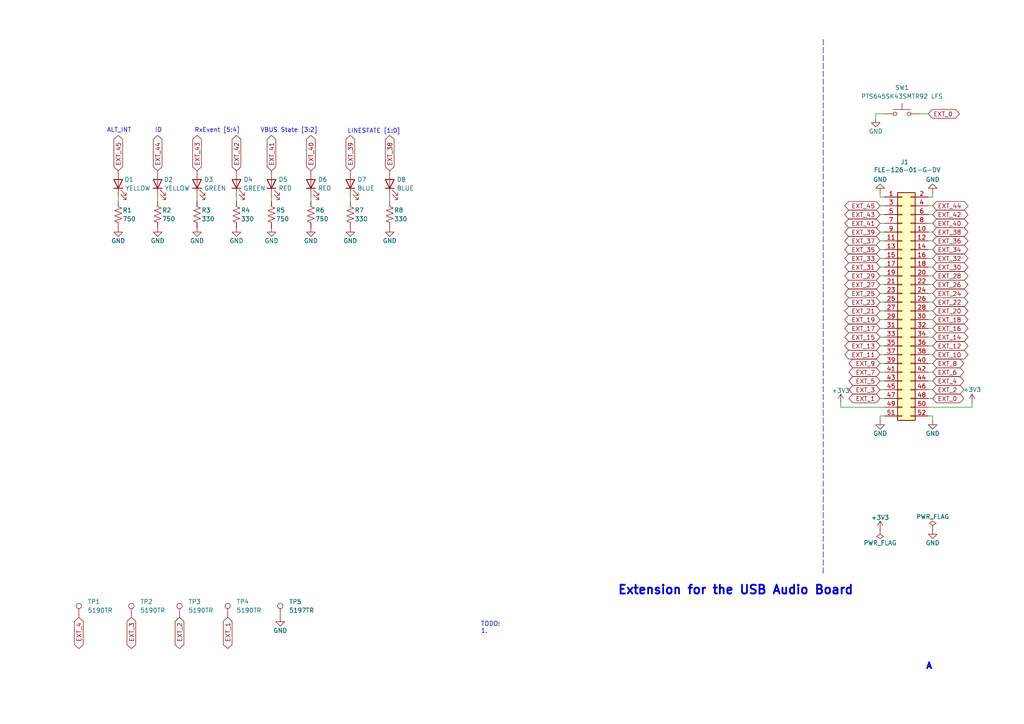
<source format=kicad_sch>
(kicad_sch (version 20231120) (generator "eeschema") (generator_version "8.0")
  (paper "A4")
  (lib_symbols
    (symbol "Connector:TestPoint" (pin_numbers hide) (pin_names (offset 0.762) hide)
      (property "Reference" "TP" (at 0 6.858 0))
      (property "Value" "TestPoint" (at 0 5.08 0))
      (symbol "TestPoint_0_1"
        (circle (center 0 3.302) (radius 0.762))
      )
      (symbol "TestPoint_1_1"
        (pin passive line (at 0 0 90) (length 2.54) (name "1") (number "1"))
      )
    )
    (symbol "Connector_Generic:Conn_02x26_Odd_Even" (pin_names (offset 1.016) hide)
      (property "Reference" "J" (at 1.27 33.02 0))
      (property "Value" "Conn_02x26_Odd_Even" (at 1.27 -35.56 0))
      (symbol "Conn_02x26_Odd_Even_1_1"
        (rectangle (start -1.27 -32.893) (end 0 -33.147) (stroke (width 0.1524)))
        (rectangle (start -1.27 -30.353) (end 0 -30.607) (stroke (width 0.1524)))
        (rectangle (start -1.27 -27.813) (end 0 -28.067) (stroke (width 0.1524)))
        (rectangle (start -1.27 -25.273) (end 0 -25.527) (stroke (width 0.1524)))
        (rectangle (start -1.27 -22.733) (end 0 -22.987) (stroke (width 0.1524)))
        (rectangle (start -1.27 -20.193) (end 0 -20.447) (stroke (width 0.1524)))
        (rectangle (start -1.27 -17.653) (end 0 -17.907) (stroke (width 0.1524)))
        (rectangle (start -1.27 -15.113) (end 0 -15.367) (stroke (width 0.1524)))
        (rectangle (start -1.27 -12.573) (end 0 -12.827) (stroke (width 0.1524)))
        (rectangle (start -1.27 -10.033) (end 0 -10.287) (stroke (width 0.1524)))
        (rectangle (start -1.27 -7.493) (end 0 -7.747) (stroke (width 0.1524)))
        (rectangle (start -1.27 -4.953) (end 0 -5.207) (stroke (width 0.1524)))
        (rectangle (start -1.27 -2.413) (end 0 -2.667) (stroke (width 0.1524)))
        (rectangle (start -1.27 0.127) (end 0 -0.127) (stroke (width 0.1524)))
        (rectangle (start -1.27 2.667) (end 0 2.413) (stroke (width 0.1524)))
        (rectangle (start -1.27 5.207) (end 0 4.953) (stroke (width 0.1524)))
        (rectangle (start -1.27 7.747) (end 0 7.493) (stroke (width 0.1524)))
        (rectangle (start -1.27 10.287) (end 0 10.033) (stroke (width 0.1524)))
        (rectangle (start -1.27 12.827) (end 0 12.573) (stroke (width 0.1524)))
        (rectangle (start -1.27 15.367) (end 0 15.113) (stroke (width 0.1524)))
        (rectangle (start -1.27 17.907) (end 0 17.653) (stroke (width 0.1524)))
        (rectangle (start -1.27 20.447) (end 0 20.193) (stroke (width 0.1524)))
        (rectangle (start -1.27 22.987) (end 0 22.733) (stroke (width 0.1524)))
        (rectangle (start -1.27 25.527) (end 0 25.273) (stroke (width 0.1524)))
        (rectangle (start -1.27 28.067) (end 0 27.813) (stroke (width 0.1524)))
        (rectangle (start -1.27 30.607) (end 0 30.353) (stroke (width 0.1524)))
        (rectangle (start -1.27 31.75) (end 3.81 -34.29) (stroke (width 0.254)) (fill (type background)))
        (rectangle (start 3.81 -32.893) (end 2.54 -33.147) (stroke (width 0.1524)))
        (rectangle (start 3.81 -30.353) (end 2.54 -30.607) (stroke (width 0.1524)))
        (rectangle (start 3.81 -27.813) (end 2.54 -28.067) (stroke (width 0.1524)))
        (rectangle (start 3.81 -25.273) (end 2.54 -25.527) (stroke (width 0.1524)))
        (rectangle (start 3.81 -22.733) (end 2.54 -22.987) (stroke (width 0.1524)))
        (rectangle (start 3.81 -20.193) (end 2.54 -20.447) (stroke (width 0.1524)))
        (rectangle (start 3.81 -17.653) (end 2.54 -17.907) (stroke (width 0.1524)))
        (rectangle (start 3.81 -15.113) (end 2.54 -15.367) (stroke (width 0.1524)))
        (rectangle (start 3.81 -12.573) (end 2.54 -12.827) (stroke (width 0.1524)))
        (rectangle (start 3.81 -10.033) (end 2.54 -10.287) (stroke (width 0.1524)))
        (rectangle (start 3.81 -7.493) (end 2.54 -7.747) (stroke (width 0.1524)))
        (rectangle (start 3.81 -4.953) (end 2.54 -5.207) (stroke (width 0.1524)))
        (rectangle (start 3.81 -2.413) (end 2.54 -2.667) (stroke (width 0.1524)))
        (rectangle (start 3.81 0.127) (end 2.54 -0.127) (stroke (width 0.1524)))
        (rectangle (start 3.81 2.667) (end 2.54 2.413) (stroke (width 0.1524)))
        (rectangle (start 3.81 5.207) (end 2.54 4.953) (stroke (width 0.1524)))
        (rectangle (start 3.81 7.747) (end 2.54 7.493) (stroke (width 0.1524)))
        (rectangle (start 3.81 10.287) (end 2.54 10.033) (stroke (width 0.1524)))
        (rectangle (start 3.81 12.827) (end 2.54 12.573) (stroke (width 0.1524)))
        (rectangle (start 3.81 15.367) (end 2.54 15.113) (stroke (width 0.1524)))
        (rectangle (start 3.81 17.907) (end 2.54 17.653) (stroke (width 0.1524)))
        (rectangle (start 3.81 20.447) (end 2.54 20.193) (stroke (width 0.1524)))
        (rectangle (start 3.81 22.987) (end 2.54 22.733) (stroke (width 0.1524)))
        (rectangle (start 3.81 25.527) (end 2.54 25.273) (stroke (width 0.1524)))
        (rectangle (start 3.81 28.067) (end 2.54 27.813) (stroke (width 0.1524)))
        (rectangle (start 3.81 30.607) (end 2.54 30.353) (stroke (width 0.1524)))
        (pin passive line (at -5.08 30.48 0) (length 3.81) (name "Pin_1") (number "1"))
        (pin passive line (at 7.62 20.32 180) (length 3.81) (name "Pin_10") (number "10"))
        (pin passive line (at -5.08 17.78 0) (length 3.81) (name "Pin_11") (number "11"))
        (pin passive line (at 7.62 17.78 180) (length 3.81) (name "Pin_12") (number "12"))
        (pin passive line (at -5.08 15.24 0) (length 3.81) (name "Pin_13") (number "13"))
        (pin passive line (at 7.62 15.24 180) (length 3.81) (name "Pin_14") (number "14"))
        (pin passive line (at -5.08 12.7 0) (length 3.81) (name "Pin_15") (number "15"))
        (pin passive line (at 7.62 12.7 180) (length 3.81) (name "Pin_16") (number "16"))
        (pin passive line (at -5.08 10.16 0) (length 3.81) (name "Pin_17") (number "17"))
        (pin passive line (at 7.62 10.16 180) (length 3.81) (name "Pin_18") (number "18"))
        (pin passive line (at -5.08 7.62 0) (length 3.81) (name "Pin_19") (number "19"))
        (pin passive line (at 7.62 30.48 180) (length 3.81) (name "Pin_2") (number "2"))
        (pin passive line (at 7.62 7.62 180) (length 3.81) (name "Pin_20") (number "20"))
        (pin passive line (at -5.08 5.08 0) (length 3.81) (name "Pin_21") (number "21"))
        (pin passive line (at 7.62 5.08 180) (length 3.81) (name "Pin_22") (number "22"))
        (pin passive line (at -5.08 2.54 0) (length 3.81) (name "Pin_23") (number "23"))
        (pin passive line (at 7.62 2.54 180) (length 3.81) (name "Pin_24") (number "24"))
        (pin passive line (at -5.08 0 0) (length 3.81) (name "Pin_25") (number "25"))
        (pin passive line (at 7.62 0 180) (length 3.81) (name "Pin_26") (number "26"))
        (pin passive line (at -5.08 -2.54 0) (length 3.81) (name "Pin_27") (number "27"))
        (pin passive line (at 7.62 -2.54 180) (length 3.81) (name "Pin_28") (number "28"))
        (pin passive line (at -5.08 -5.08 0) (length 3.81) (name "Pin_29") (number "29"))
        (pin passive line (at -5.08 27.94 0) (length 3.81) (name "Pin_3") (number "3"))
        (pin passive line (at 7.62 -5.08 180) (length 3.81) (name "Pin_30") (number "30"))
        (pin passive line (at -5.08 -7.62 0) (length 3.81) (name "Pin_31") (number "31"))
        (pin passive line (at 7.62 -7.62 180) (length 3.81) (name "Pin_32") (number "32"))
        (pin passive line (at -5.08 -10.16 0) (length 3.81) (name "Pin_33") (number "33"))
        (pin passive line (at 7.62 -10.16 180) (length 3.81) (name "Pin_34") (number "34"))
        (pin passive line (at -5.08 -12.7 0) (length 3.81) (name "Pin_35") (number "35"))
        (pin passive line (at 7.62 -12.7 180) (length 3.81) (name "Pin_36") (number "36"))
        (pin passive line (at -5.08 -15.24 0) (length 3.81) (name "Pin_37") (number "37"))
        (pin passive line (at 7.62 -15.24 180) (length 3.81) (name "Pin_38") (number "38"))
        (pin passive line (at -5.08 -17.78 0) (length 3.81) (name "Pin_39") (number "39"))
        (pin passive line (at 7.62 27.94 180) (length 3.81) (name "Pin_4") (number "4"))
        (pin passive line (at 7.62 -17.78 180) (length 3.81) (name "Pin_40") (number "40"))
        (pin passive line (at -5.08 -20.32 0) (length 3.81) (name "Pin_41") (number "41"))
        (pin passive line (at 7.62 -20.32 180) (length 3.81) (name "Pin_42") (number "42"))
        (pin passive line (at -5.08 -22.86 0) (length 3.81) (name "Pin_43") (number "43"))
        (pin passive line (at 7.62 -22.86 180) (length 3.81) (name "Pin_44") (number "44"))
        (pin passive line (at -5.08 -25.4 0) (length 3.81) (name "Pin_45") (number "45"))
        (pin passive line (at 7.62 -25.4 180) (length 3.81) (name "Pin_46") (number "46"))
        (pin passive line (at -5.08 -27.94 0) (length 3.81) (name "Pin_47") (number "47"))
        (pin passive line (at 7.62 -27.94 180) (length 3.81) (name "Pin_48") (number "48"))
        (pin passive line (at -5.08 -30.48 0) (length 3.81) (name "Pin_49") (number "49"))
        (pin passive line (at -5.08 25.4 0) (length 3.81) (name "Pin_5") (number "5"))
        (pin passive line (at 7.62 -30.48 180) (length 3.81) (name "Pin_50") (number "50"))
        (pin passive line (at -5.08 -33.02 0) (length 3.81) (name "Pin_51") (number "51"))
        (pin passive line (at 7.62 -33.02 180) (length 3.81) (name "Pin_52") (number "52"))
        (pin passive line (at 7.62 25.4 180) (length 3.81) (name "Pin_6") (number "6"))
        (pin passive line (at -5.08 22.86 0) (length 3.81) (name "Pin_7") (number "7"))
        (pin passive line (at 7.62 22.86 180) (length 3.81) (name "Pin_8") (number "8"))
        (pin passive line (at -5.08 20.32 0) (length 3.81) (name "Pin_9") (number "9"))
      )
    )
    (symbol "Device:LED" (pin_numbers hide) (pin_names (offset 1.016) hide)
      (property "Reference" "D" (at 0 2.54 0))
      (property "Value" "LED" (at 0 -2.54 0))
      (symbol "LED_0_1"
        (polyline (pts (xy -1.27 -1.27) (xy -1.27 1.27)) (stroke (width 0.254)))
        (polyline (pts (xy -1.27 0) (xy 1.27 0)))
        (polyline (pts (xy 1.27 -1.27) (xy 1.27 1.27) (xy -1.27 0) (xy 1.27 -1.27)) (stroke (width 0.254)))
        (polyline (pts (xy -3.048 -0.762) (xy -4.572 -2.286) (xy -3.81 -2.286) (xy -4.572 -2.286) (xy -4.572 -1.524)))
        (polyline (pts (xy -1.778 -0.762) (xy -3.302 -2.286) (xy -2.54 -2.286) (xy -3.302 -2.286) (xy -3.302 -1.524)))
      )
      (symbol "LED_1_1"
        (pin passive line (at -3.81 0 0) (length 2.54) (name "K") (number "1"))
        (pin passive line (at 3.81 0 180) (length 2.54) (name "A") (number "2"))
      )
    )
    (symbol "Device:R_US" (pin_numbers hide) (pin_names (offset 0))
      (property "Reference" "R" (at 2.54 0 90))
      (property "Value" "R_US" (at -2.54 0 90))
      (symbol "R_US_0_1"
        (polyline (pts (xy 0 -2.286) (xy 0 -2.54)))
        (polyline (pts (xy 0 2.286) (xy 0 2.54)))
        (polyline (pts (xy 0 -0.762) (xy 1.016 -1.143) (xy 0 -1.524) (xy -1.016 -1.905) (xy 0 -2.286)))
        (polyline (pts (xy 0 0.762) (xy 1.016 0.381) (xy 0 0) (xy -1.016 -0.381) (xy 0 -0.762)))
        (polyline (pts (xy 0 2.286) (xy 1.016 1.905) (xy 0 1.524) (xy -1.016 1.143) (xy 0 0.762)))
      )
      (symbol "R_US_1_1"
        (pin passive line (at 0 3.81 270) (length 1.27) (name "~") (number "1"))
        (pin passive line (at 0 -3.81 90) (length 1.27) (name "~") (number "2"))
      )
    )
    (symbol "Switch:SW_Push" (pin_numbers hide) (pin_names (offset 1.016) hide)
      (property "Reference" "SW" (at 1.27 2.54 0))
      (property "Value" "SW_Push" (at 0 -1.524 0))
      (symbol "SW_Push_0_1"
        (circle (center -2.032 0) (radius 0.508))
        (polyline (pts (xy 0 1.27) (xy 0 3.048)))
        (polyline (pts (xy 2.54 1.27) (xy -2.54 1.27)))
        (circle (center 2.032 0) (radius 0.508))
        (pin passive line (at -5.08 0 0) (length 2.54) (name "1") (number "1"))
        (pin passive line (at 5.08 0 180) (length 2.54) (name "2") (number "2"))
      )
    )
    (symbol "power:+3V3" (power) (pin_numbers hide) (pin_names (offset 0) hide)
      (property "Value" "+3V3" (at 0 3.556 0))
      (symbol "+3V3_0_1"
        (polyline (pts (xy -0.762 1.27) (xy 0 2.54)))
        (polyline (pts (xy 0 0) (xy 0 2.54)))
        (polyline (pts (xy 0 2.54) (xy 0.762 1.27)))
      )
      (symbol "+3V3_1_1"
        (pin power_in line (at 0 0 90) (length 0) (name "~") (number "1"))
      )
    )
    (symbol "power:GND" (power) (pin_numbers hide) (pin_names (offset 0) hide)
      (property "Value" "GND" (at 0 -3.81 0))
      (symbol "GND_0_1"
        (polyline (pts (xy 0 0) (xy 0 -1.27) (xy 1.27 -1.27) (xy 0 -2.54) (xy -1.27 -1.27) (xy 0 -1.27)))
      )
      (symbol "GND_1_1"
        (pin power_in line (at 0 0 270) (length 0) (name "~") (number "1"))
      )
    )
    (symbol "power:PWR_FLAG" (power) (pin_numbers hide) (pin_names (offset 0) hide)
      (property "Value" "PWR_FLAG" (at 0 3.81 0))
      (symbol "PWR_FLAG_0_0"
        (pin power_out line (at 0 0 90) (length 0) (name "~") (number "1"))
      )
      (symbol "PWR_FLAG_0_1"
        (polyline (pts (xy 0 0) (xy 0 1.27) (xy -1.016 1.905) (xy 0 2.54) (xy 1.016 1.905) (xy 0 1.27)))
      )
    )
  )
  (wire (pts (xy 270.51 74.93) (xy 269.24 74.93)))
  (wire (pts (xy 270.51 77.47) (xy 269.24 77.47)))
  (wire (pts (xy 270.51 95.25) (xy 269.24 95.25)))
  (wire (pts (xy 270.51 57.15) (xy 270.51 55.88)))
  (wire (pts (xy 256.54 57.15) (xy 255.27 57.15)))
  (wire (pts (xy 255.27 95.25) (xy 256.54 95.25)))
  (wire (pts (xy 255.27 102.87) (xy 256.54 102.87)))
  (wire (pts (xy 255.27 105.41) (xy 256.54 105.41)))
  (wire (pts (xy 255.27 120.65) (xy 255.27 121.92)))
  (wire (pts (xy 255.27 97.79) (xy 256.54 97.79)))
  (wire (pts (xy 269.24 59.69) (xy 270.51 59.69)))
  (wire (pts (xy 255.27 107.95) (xy 256.54 107.95)))
  (wire (pts (xy 270.51 105.41) (xy 269.24 105.41)))
  (wire (pts (xy 270.51 92.71) (xy 269.24 92.71)))
  (wire (pts (xy 255.27 74.93) (xy 256.54 74.93)))
  (wire (pts (xy 255.27 57.15) (xy 255.27 55.88)))
  (wire (pts (xy 255.27 82.55) (xy 256.54 82.55)))
  (wire (pts (xy 254 33.02) (xy 256.54 33.02)))
  (wire (pts (xy 270.51 97.79) (xy 269.24 97.79)))
  (wire (pts (xy 243.84 118.11) (xy 243.84 116.84)))
  (wire (pts (xy 255.27 64.77) (xy 256.54 64.77)))
  (wire (pts (xy 270.51 82.55) (xy 269.24 82.55)))
  (wire (pts (xy 255.27 67.31) (xy 256.54 67.31)))
  (wire (pts (xy 113.03 57.15) (xy 113.03 58.42)))
  (wire (pts (xy 255.27 62.23) (xy 256.54 62.23)))
  (wire (pts (xy 270.51 107.95) (xy 269.24 107.95)))
  (wire (pts (xy 269.24 118.11) (xy 281.94 118.11)))
  (wire (pts (xy 45.72 57.15) (xy 45.72 58.42)))
  (wire (pts (xy 269.24 72.39) (xy 270.51 72.39)))
  (wire (pts (xy 270.51 87.63) (xy 269.24 87.63)))
  (wire (pts (xy 266.7 33.02) (xy 269.24 33.02)))
  (wire (pts (xy 255.27 80.01) (xy 256.54 80.01)))
  (wire (pts (xy 68.58 57.15) (xy 68.58 58.42)))
  (wire (pts (xy 57.15 57.15) (xy 57.15 58.42)))
  (wire (pts (xy 101.6 57.15) (xy 101.6 58.42)))
  (wire (pts (xy 254 34.29) (xy 254 33.02)))
  (wire (pts (xy 255.27 72.39) (xy 256.54 72.39)))
  (wire (pts (xy 255.27 87.63) (xy 256.54 87.63)))
  (wire (pts (xy 78.74 57.15) (xy 78.74 58.42)))
  (wire (pts (xy 269.24 57.15) (xy 270.51 57.15)))
  (wire (pts (xy 256.54 120.65) (xy 255.27 120.65)))
  (wire (pts (xy 255.27 110.49) (xy 256.54 110.49)))
  (wire (pts (xy 270.51 90.17) (xy 269.24 90.17)))
  (wire (pts (xy 255.27 85.09) (xy 256.54 85.09)))
  (wire (pts (xy 90.17 57.15) (xy 90.17 58.42)))
  (wire (pts (xy 255.27 115.57) (xy 256.54 115.57)))
  (wire (pts (xy 255.27 113.03) (xy 256.54 113.03)))
  (wire (pts (xy 256.54 118.11) (xy 243.84 118.11)))
  (wire (pts (xy 270.51 85.09) (xy 269.24 85.09)))
  (wire (pts (xy 269.24 64.77) (xy 270.51 64.77)))
  (wire (pts (xy 270.51 110.49) (xy 269.24 110.49)))
  (wire (pts (xy 270.51 113.03) (xy 269.24 113.03)))
  (wire (pts (xy 269.24 120.65) (xy 270.51 120.65)))
  (wire (pts (xy 270.51 80.01) (xy 269.24 80.01)))
  (wire (pts (xy 269.24 69.85) (xy 270.51 69.85)))
  (wire (pts (xy 269.24 62.23) (xy 270.51 62.23)))
  (wire (pts (xy 281.94 118.11) (xy 281.94 116.84)))
  (wire (pts (xy 255.27 69.85) (xy 256.54 69.85)))
  (wire (pts (xy 34.29 57.15) (xy 34.29 58.42)))
  (wire (pts (xy 255.27 92.71) (xy 256.54 92.71)))
  (wire (pts (xy 255.27 59.69) (xy 256.54 59.69)))
  (wire (pts (xy 255.27 77.47) (xy 256.54 77.47)))
  (polyline (pts (xy 238.76 11.43) (xy 238.76 166.37)) (stroke (width 0) (type dash)))
  (wire (pts (xy 270.51 115.57) (xy 269.24 115.57)))
  (wire (pts (xy 270.51 100.33) (xy 269.24 100.33)))
  (wire (pts (xy 270.51 120.65) (xy 270.51 121.92)))
  (wire (pts (xy 255.27 100.33) (xy 256.54 100.33)))
  (wire (pts (xy 255.27 90.17) (xy 256.54 90.17)))
  (wire (pts (xy 270.51 102.87) (xy 269.24 102.87)))
  (wire (pts (xy 269.24 67.31) (xy 270.51 67.31)))
  (text "LINESTATE [1:0]" (at 108.458 38.1 0) (effects (font (size 1.27 1.27))))
  (text "TODO:\n1. " (at 139.446 182.118 0) (effects (font (size 1.27 1.27)) (justify left)))
  (text "ALT_INT" (at 34.544 37.846 0) (effects (font (size 1.27 1.27))))
  (text "RxEvent [5:4]" (at 62.992 37.846 0) (effects (font (size 1.27 1.27))))
  (text "Extension for the USB Audio Board" (at 179.07 172.72 0) (effects (font (size 2.54 2.54) (thickness 0.508) (bold yes)) (justify left bottom)))
  (text "A" (at 269.494 193.294 0) (effects (font (size 1.778 1.778) (thickness 0.508) (bold yes))))
  (text "ID" (at 45.974 37.846 0) (effects (font (size 1.27 1.27))))
  (text "VBUS State [3:2]" (at 83.82 37.846 0) (effects (font (size 1.27 1.27))))
  (global_label "EXT_44" (shape bidirectional) (at 270.51 59.69 0) (property "Intersheetrefs" "${INTERSHEET_REFS}" (effects (hide yes))))
  (global_label "EXT_36" (shape bidirectional) (at 270.51 69.85 0) (property "Intersheetrefs" "${INTERSHEET_REFS}" (effects (hide yes))))
  (global_label "EXT_33" (shape bidirectional) (at 255.27 74.93 180) (property "Intersheetrefs" "${INTERSHEET_REFS}" (effects (hide yes))))
  (global_label "EXT_4" (shape bidirectional) (at 22.86 179.07 270) (property "Intersheetrefs" "${INTERSHEET_REFS}" (effects (hide yes))))
  (global_label "EXT_1" (shape bidirectional) (at 255.27 115.57 180) (property "Intersheetrefs" "${INTERSHEET_REFS}" (effects (hide yes))))
  (global_label "EXT_30" (shape bidirectional) (at 270.51 77.47 0) (property "Intersheetrefs" "${INTERSHEET_REFS}" (effects (hide yes))))
  (global_label "EXT_35" (shape bidirectional) (at 255.27 72.39 180) (property "Intersheetrefs" "${INTERSHEET_REFS}" (effects (hide yes))))
  (global_label "EXT_39" (shape bidirectional) (at 255.27 67.31 180) (property "Intersheetrefs" "${INTERSHEET_REFS}" (effects (hide yes))))
  (global_label "EXT_42" (shape bidirectional) (at 270.51 62.23 0) (property "Intersheetrefs" "${INTERSHEET_REFS}" (effects (hide yes))))
  (global_label "EXT_7" (shape bidirectional) (at 255.27 107.95 180) (property "Intersheetrefs" "${INTERSHEET_REFS}" (effects (hide yes))))
  (global_label "EXT_28" (shape bidirectional) (at 270.51 80.01 0) (property "Intersheetrefs" "${INTERSHEET_REFS}" (effects (hide yes))))
  (global_label "EXT_6" (shape bidirectional) (at 270.51 107.95 0) (property "Intersheetrefs" "${INTERSHEET_REFS}" (effects (hide yes))))
  (global_label "EXT_1" (shape bidirectional) (at 66.04 179.07 270) (property "Intersheetrefs" "${INTERSHEET_REFS}" (effects (hide yes))))
  (global_label "EXT_9" (shape bidirectional) (at 255.27 105.41 180) (property "Intersheetrefs" "${INTERSHEET_REFS}" (effects (hide yes))))
  (global_label "EXT_23" (shape bidirectional) (at 255.27 87.63 180) (property "Intersheetrefs" "${INTERSHEET_REFS}" (effects (hide yes))))
  (global_label "EXT_2" (shape bidirectional) (at 52.07 179.07 270) (property "Intersheetrefs" "${INTERSHEET_REFS}" (effects (hide yes))))
  (global_label "EXT_3" (shape bidirectional) (at 255.27 113.03 180) (property "Intersheetrefs" "${INTERSHEET_REFS}" (effects (hide yes))))
  (global_label "EXT_8" (shape bidirectional) (at 270.51 105.41 0) (property "Intersheetrefs" "${INTERSHEET_REFS}" (effects (hide yes))))
  (global_label "EXT_16" (shape bidirectional) (at 270.51 95.25 0) (property "Intersheetrefs" "${INTERSHEET_REFS}" (effects (hide yes))))
  (global_label "EXT_22" (shape bidirectional) (at 270.51 87.63 0) (property "Intersheetrefs" "${INTERSHEET_REFS}" (effects (hide yes))))
  (global_label "EXT_43" (shape bidirectional) (at 57.15 49.53 90) (property "Intersheetrefs" "${INTERSHEET_REFS}" (effects (hide yes))))
  (global_label "EXT_3" (shape bidirectional) (at 38.1 179.07 270) (property "Intersheetrefs" "${INTERSHEET_REFS}" (effects (hide yes))))
  (global_label "EXT_39" (shape bidirectional) (at 101.6 49.53 90) (property "Intersheetrefs" "${INTERSHEET_REFS}" (effects (hide yes))))
  (global_label "EXT_4" (shape bidirectional) (at 270.51 110.49 0) (property "Intersheetrefs" "${INTERSHEET_REFS}" (effects (hide yes))))
  (global_label "EXT_41" (shape bidirectional) (at 78.74 49.53 90) (property "Intersheetrefs" "${INTERSHEET_REFS}" (effects (hide yes))))
  (global_label "EXT_38" (shape bidirectional) (at 270.51 67.31 0) (property "Intersheetrefs" "${INTERSHEET_REFS}" (effects (hide yes))))
  (global_label "EXT_5" (shape bidirectional) (at 255.27 110.49 180) (property "Intersheetrefs" "${INTERSHEET_REFS}" (effects (hide yes))))
  (global_label "EXT_45" (shape bidirectional) (at 255.27 59.69 180) (property "Intersheetrefs" "${INTERSHEET_REFS}" (effects (hide yes))))
  (global_label "EXT_45" (shape bidirectional) (at 34.29 49.53 90) (property "Intersheetrefs" "${INTERSHEET_REFS}" (effects (hide yes))))
  (global_label "EXT_0" (shape bidirectional) (at 270.51 115.57 0) (property "Intersheetrefs" "${INTERSHEET_REFS}" (effects (hide yes))))
  (global_label "EXT_42" (shape bidirectional) (at 68.58 49.53 90) (property "Intersheetrefs" "${INTERSHEET_REFS}" (effects (hide yes))))
  (global_label "EXT_41" (shape bidirectional) (at 255.27 64.77 180) (property "Intersheetrefs" "${INTERSHEET_REFS}" (effects (hide yes))))
  (global_label "EXT_32" (shape bidirectional) (at 270.51 74.93 0) (property "Intersheetrefs" "${INTERSHEET_REFS}" (effects (hide yes))))
  (global_label "EXT_34" (shape bidirectional) (at 270.51 72.39 0) (property "Intersheetrefs" "${INTERSHEET_REFS}" (effects (hide yes))))
  (global_label "EXT_0" (shape bidirectional) (at 269.24 33.02 0) (property "Intersheetrefs" "${INTERSHEET_REFS}" (effects (hide yes))))
  (global_label "EXT_2" (shape bidirectional) (at 270.51 113.03 0) (property "Intersheetrefs" "${INTERSHEET_REFS}" (effects (hide yes))))
  (global_label "EXT_37" (shape bidirectional) (at 255.27 69.85 180) (property "Intersheetrefs" "${INTERSHEET_REFS}" (effects (hide yes))))
  (global_label "EXT_13" (shape bidirectional) (at 255.27 100.33 180) (property "Intersheetrefs" "${INTERSHEET_REFS}" (effects (hide yes))))
  (global_label "EXT_31" (shape bidirectional) (at 255.27 77.47 180) (property "Intersheetrefs" "${INTERSHEET_REFS}" (effects (hide yes))))
  (global_label "EXT_40" (shape bidirectional) (at 270.51 64.77 0) (property "Intersheetrefs" "${INTERSHEET_REFS}" (effects (hide yes))))
  (global_label "EXT_27" (shape bidirectional) (at 255.27 82.55 180) (property "Intersheetrefs" "${INTERSHEET_REFS}" (effects (hide yes))))
  (global_label "EXT_21" (shape bidirectional) (at 255.27 90.17 180) (property "Intersheetrefs" "${INTERSHEET_REFS}" (effects (hide yes))))
  (global_label "EXT_24" (shape bidirectional) (at 270.51 85.09 0) (property "Intersheetrefs" "${INTERSHEET_REFS}" (effects (hide yes))))
  (global_label "EXT_20" (shape bidirectional) (at 270.51 90.17 0) (property "Intersheetrefs" "${INTERSHEET_REFS}" (effects (hide yes))))
  (global_label "EXT_29" (shape bidirectional) (at 255.27 80.01 180) (property "Intersheetrefs" "${INTERSHEET_REFS}" (effects (hide yes))))
  (global_label "EXT_19" (shape bidirectional) (at 255.27 92.71 180) (property "Intersheetrefs" "${INTERSHEET_REFS}" (effects (hide yes))))
  (global_label "EXT_40" (shape bidirectional) (at 90.17 49.53 90) (property "Intersheetrefs" "${INTERSHEET_REFS}" (effects (hide yes))))
  (global_label "EXT_14" (shape bidirectional) (at 270.51 97.79 0) (property "Intersheetrefs" "${INTERSHEET_REFS}" (effects (hide yes))))
  (global_label "EXT_38" (shape bidirectional) (at 113.03 49.53 90) (property "Intersheetrefs" "${INTERSHEET_REFS}" (effects (hide yes))))
  (global_label "EXT_12" (shape bidirectional) (at 270.51 100.33 0) (property "Intersheetrefs" "${INTERSHEET_REFS}" (effects (hide yes))))
  (global_label "EXT_43" (shape bidirectional) (at 255.27 62.23 180) (property "Intersheetrefs" "${INTERSHEET_REFS}" (effects (hide yes))))
  (global_label "EXT_44" (shape bidirectional) (at 45.72 49.53 90) (property "Intersheetrefs" "${INTERSHEET_REFS}" (effects (hide yes))))
  (global_label "EXT_11" (shape bidirectional) (at 255.27 102.87 180) (property "Intersheetrefs" "${INTERSHEET_REFS}" (effects (hide yes))))
  (global_label "EXT_18" (shape bidirectional) (at 270.51 92.71 0) (property "Intersheetrefs" "${INTERSHEET_REFS}" (effects (hide yes))))
  (global_label "EXT_25" (shape bidirectional) (at 255.27 85.09 180) (property "Intersheetrefs" "${INTERSHEET_REFS}" (effects (hide yes))))
  (global_label "EXT_26" (shape bidirectional) (at 270.51 82.55 0) (property "Intersheetrefs" "${INTERSHEET_REFS}" (effects (hide yes))))
  (global_label "EXT_17" (shape bidirectional) (at 255.27 95.25 180) (property "Intersheetrefs" "${INTERSHEET_REFS}" (effects (hide yes))))
  (global_label "EXT_15" (shape bidirectional) (at 255.27 97.79 180) (property "Intersheetrefs" "${INTERSHEET_REFS}" (effects (hide yes))))
  (global_label "EXT_10" (shape bidirectional) (at 270.51 102.87 0) (property "Intersheetrefs" "${INTERSHEET_REFS}" (effects (hide yes))))
  (symbol (lib_id "Device:LED") (at 90.17 53.34 90) (unit 1)
    (property "Reference" "D6" (at 92.202 52.07 90) (effects (justify right)))
    (property "Value" "RED" (at 92.202 54.61 90) (effects (justify right)))
    (property "Footprint" "LED_SMD:LED_0603_1608Metric" (effects (hide yes)))
    (property "Description" "LED RED CLEAR 1608 SMD" (effects (hide yes)))
    (property "Manufacturer" "Kingbright" (effects (hide yes)))
    (property "MPN" "APT1608LSECK/J3-PRV" (effects (hide yes)))
  )
  (symbol (lib_id "Device:R_US") (at 68.58 62.23 0) (unit 1)
    (property "Reference" "R4" (at 69.85 60.96 0) (effects (justify left)))
    (property "Value" "330" (at 69.85 63.5 0) (effects (justify left)))
    (property "Footprint" "Resistor_SMD:R_0603_1608Metric" (effects (hide yes)))
    (property "Description" "RES SMD 330 OHM 1% 1/10W 0603" (effects (hide yes)))
    (property "Manufacturer" "Panasonic Electronic Components" (effects (hide yes)))
    (property "MPN" "ERJ-3EKF3300V" (effects (hide yes)))
  )
  (symbol (lib_id "power:+3V3") (at 281.94 116.84 0) (unit 1)
    (property "Reference" "#PWR013" (effects (hide yes)))
    (property "Value" "+3V3" (at 281.94 113.03 0))
    (property "Description" "Power symbol creates a global label with name \"+3V3\"" (effects (hide yes)))
  )
  (symbol (lib_id "power:GND") (at 101.6 66.04 0) (unit 1)
    (property "Reference" "#PWR010" (effects (hide yes)))
    (property "Value" "GND" (at 101.6 69.85 0))
    (property "Description" "Power symbol creates a global label with name \"GND\" , ground" (effects (hide yes)))
  )
  (symbol (lib_id "Device:LED") (at 45.72 53.34 90) (unit 1)
    (property "Reference" "D2" (at 47.498 52.07 90) (effects (justify right)))
    (property "Value" "YELLOW" (at 47.752 54.61 90) (effects (justify right)))
    (property "Footprint" "LED_SMD:LED_0603_1608Metric" (effects (hide yes)))
    (property "Description" "LED YELLOW CLEAR 1608 SMD" (effects (hide yes)))
    (property "Manufacturer" "Kingbright" (effects (hide yes)))
    (property "MPN" "APT1608LSYCK/J3-PRV" (effects (hide yes)))
  )
  (symbol (lib_id "power:+3V3") (at 243.84 116.84 0) (unit 1)
    (property "Reference" "#PWR012" (effects (hide yes)))
    (property "Value" "+3V3" (at 243.84 113.284 0))
    (property "Description" "Power symbol creates a global label with name \"+3V3\"" (effects (hide yes)))
  )
  (symbol (lib_id "power:GND") (at 270.51 55.88 180) (unit 1)
    (property "Reference" "#PWR03" (effects (hide yes)))
    (property "Value" "GND" (at 270.51 52.07 0))
    (property "Description" "Power symbol creates a global label with name \"GND\" , ground" (effects (hide yes)))
  )
  (symbol (lib_id "power:PWR_FLAG") (at 255.27 153.67 180) (unit 1)
    (property "Reference" "#FLG01" (effects (hide yes)))
    (property "Value" "PWR_FLAG" (at 255.27 157.48 0))
    (property "Description" "Special symbol for telling ERC where power comes from" (effects (hide yes)))
  )
  (symbol (lib_id "Device:R_US") (at 34.29 62.23 0) (unit 1)
    (property "Reference" "R1" (at 35.56 60.96 0) (effects (justify left)))
    (property "Value" "750" (at 35.56 63.5 0) (effects (justify left)))
    (property "Footprint" "Resistor_SMD:R_0603_1608Metric" (effects (hide yes)))
    (property "Description" "RES SMD 750 OHM 1% 1/10W 0603" (effects (hide yes)))
    (property "Manufacturer" "Panasonic Electronic Components" (effects (hide yes)))
    (property "MPN" "ERJ-3EKF7500V" (effects (hide yes)))
  )
  (symbol (lib_id "Connector:TestPoint") (at 22.86 179.07 0) (unit 1)
    (property "Reference" "TP1" (at 25.4 174.4979 0) (effects (justify left)))
    (property "Value" "5190TR" (at 25.4 177.0379 0) (effects (justify left)))
    (property "Footprint" "ECP5_BGA381_FT2232HQ_FIFO_EXT:KEYSTONE_5197TR" (effects (hide yes)))
    (property "Description" "PC TEST POINT MINIATURE RED" (effects (hide yes)))
    (property "MPN" "5190TR" (effects (hide yes)))
    (property "Manufacturer" "Keystone Electronics" (effects (hide yes)))
  )
  (symbol (lib_id "Device:R_US") (at 113.03 62.23 0) (unit 1)
    (property "Reference" "R8" (at 114.3 60.96 0) (effects (justify left)))
    (property "Value" "330" (at 114.3 63.5 0) (effects (justify left)))
    (property "Footprint" "Resistor_SMD:R_0603_1608Metric" (effects (hide yes)))
    (property "Description" "RES SMD 330 OHM 1% 1/10W 0603" (effects (hide yes)))
    (property "Manufacturer" "Panasonic Electronic Components" (effects (hide yes)))
    (property "MPN" "ERJ-3EKF3300V" (effects (hide yes)))
  )
  (symbol (lib_id "Device:R_US") (at 78.74 62.23 0) (unit 1)
    (property "Reference" "R5" (at 80.01 60.96 0) (effects (justify left)))
    (property "Value" "750" (at 80.01 63.5 0) (effects (justify left)))
    (property "Footprint" "Resistor_SMD:R_0603_1608Metric" (effects (hide yes)))
    (property "Description" "RES SMD 750 OHM 1% 1/10W 0603" (effects (hide yes)))
    (property "Manufacturer" "Panasonic Electronic Components" (effects (hide yes)))
    (property "MPN" "ERJ-3EKF7500V" (effects (hide yes)))
  )
  (symbol (lib_id "Connector_Generic:Conn_02x26_Odd_Even") (at 261.62 87.63 0) (unit 1)
    (property "Reference" "J1" (at 262.382 46.99 0))
    (property "Value" "FLE-126-01-G-DV" (at 263.144 49.276 0))
    (property "Footprint" "ECP5_BGA381_FT2232HQ_FIFO_EXT:SAMTEC_FLE-126-01-G-DV" (effects (hide yes)))
    (property "Description" "CONN RCPT 52POS 0.05 GOLD SMD" (effects (hide yes)))
    (property "MPN" "FLE-126-01-G-DV" (effects (hide yes)))
    (property "Manufacturer" "Samtec Inc." (effects (hide yes)))
  )
  (symbol (lib_id "Device:R_US") (at 90.17 62.23 0) (unit 1)
    (property "Reference" "R6" (at 91.44 60.96 0) (effects (justify left)))
    (property "Value" "750" (at 91.44 63.5 0) (effects (justify left)))
    (property "Footprint" "Resistor_SMD:R_0603_1608Metric" (effects (hide yes)))
    (property "Description" "RES SMD 750 OHM 1% 1/10W 0603" (effects (hide yes)))
    (property "Manufacturer" "Panasonic Electronic Components" (effects (hide yes)))
    (property "MPN" "ERJ-3EKF7500V" (effects (hide yes)))
  )
  (symbol (lib_id "power:GND") (at 57.15 66.04 0) (unit 1)
    (property "Reference" "#PWR06" (effects (hide yes)))
    (property "Value" "GND" (at 57.15 69.85 0))
    (property "Description" "Power symbol creates a global label with name \"GND\" , ground" (effects (hide yes)))
  )
  (symbol (lib_id "power:GND") (at 81.28 179.07 0) (unit 1)
    (property "Reference" "#PWR018" (effects (hide yes)))
    (property "Value" "GND" (at 81.28 182.88 0))
    (property "Description" "Power symbol creates a global label with name \"GND\" , ground" (effects (hide yes)))
  )
  (symbol (lib_id "power:GND") (at 113.03 66.04 0) (unit 1)
    (property "Reference" "#PWR011" (effects (hide yes)))
    (property "Value" "GND" (at 113.03 69.85 0))
    (property "Description" "Power symbol creates a global label with name \"GND\" , ground" (effects (hide yes)))
  )
  (symbol (lib_id "Connector:TestPoint") (at 38.1 179.07 0) (unit 1)
    (property "Reference" "TP2" (at 40.64 174.4979 0) (effects (justify left)))
    (property "Value" "5190TR" (at 40.64 177.0379 0) (effects (justify left)))
    (property "Footprint" "ECP5_BGA381_FT2232HQ_FIFO_EXT:KEYSTONE_5197TR" (effects (hide yes)))
    (property "Description" "PC TEST POINT MINIATURE RED" (effects (hide yes)))
    (property "MPN" "5190TR" (effects (hide yes)))
    (property "Manufacturer" "Keystone Electronics" (effects (hide yes)))
  )
  (symbol (lib_id "power:+3V3") (at 255.27 153.67 0) (unit 1)
    (property "Reference" "#PWR016" (effects (hide yes)))
    (property "Value" "+3V3" (at 255.27 150.114 0))
    (property "Description" "Power symbol creates a global label with name \"+3V3\"" (effects (hide yes)))
  )
  (symbol (lib_id "power:GND") (at 90.17 66.04 0) (unit 1)
    (property "Reference" "#PWR09" (effects (hide yes)))
    (property "Value" "GND" (at 90.17 69.85 0))
    (property "Description" "Power symbol creates a global label with name \"GND\" , ground" (effects (hide yes)))
  )
  (symbol (lib_id "power:GND") (at 255.27 55.88 180) (unit 1)
    (property "Reference" "#PWR02" (effects (hide yes)))
    (property "Value" "GND" (at 255.27 52.07 0))
    (property "Description" "Power symbol creates a global label with name \"GND\" , ground" (effects (hide yes)))
  )
  (symbol (lib_id "Switch:SW_Push") (at 261.62 33.02 0) (unit 1)
    (property "Reference" "SW1" (at 261.62 25.4 0))
    (property "Value" "PTS645SK43SMTR92 LFS" (at 261.62 27.94 0))
    (property "Footprint" "Button_Switch_SMD:SW_SPST_PTS645" (effects (hide yes)))
    (property "Description" "SWITCH TACTILE SPST-NO 0.05A 12V" (effects (hide yes)))
    (property "MPN" "PTS645SK43SMTR92 LFS" (effects (hide yes)))
    (property "Manufacturer" "C&K" (effects (hide yes)))
  )
  (symbol (lib_id "Device:LED") (at 101.6 53.34 90) (unit 1)
    (property "Reference" "D7" (at 103.632 52.07 90) (effects (justify right)))
    (property "Value" "BLUE" (at 103.632 54.61 90) (effects (justify right)))
    (property "Footprint" "LED_SMD:LED_0603_1608Metric" (effects (hide yes)))
    (property "Description" "LED BLUE CLEAR 1608 SMD" (effects (hide yes)))
    (property "Manufacturer" "Kingbright" (effects (hide yes)))
    (property "MPN" "APT1608LVBC/D" (effects (hide yes)))
  )
  (symbol (lib_id "Connector:TestPoint") (at 52.07 179.07 0) (unit 1)
    (property "Reference" "TP3" (at 54.61 174.4979 0) (effects (justify left)))
    (property "Value" "5190TR" (at 54.61 177.0379 0) (effects (justify left)))
    (property "Footprint" "ECP5_BGA381_FT2232HQ_FIFO_EXT:KEYSTONE_5197TR" (effects (hide yes)))
    (property "Description" "PC TEST POINT MINIATURE RED" (effects (hide yes)))
    (property "MPN" "5190TR" (effects (hide yes)))
    (property "Manufacturer" "Keystone Electronics" (effects (hide yes)))
  )
  (symbol (lib_id "Device:R_US") (at 57.15 62.23 0) (unit 1)
    (property "Reference" "R3" (at 58.42 60.96 0) (effects (justify left)))
    (property "Value" "330" (at 58.42 63.5 0) (effects (justify left)))
    (property "Footprint" "Resistor_SMD:R_0603_1608Metric" (effects (hide yes)))
    (property "Description" "RES SMD 330 OHM 1% 1/10W 0603" (effects (hide yes)))
    (property "Manufacturer" "Panasonic Electronic Components" (effects (hide yes)))
    (property "MPN" "ERJ-3EKF3300V" (effects (hide yes)))
  )
  (symbol (lib_id "power:GND") (at 255.27 121.92 0) (unit 1)
    (property "Reference" "#PWR014" (effects (hide yes)))
    (property "Value" "GND" (at 255.27 125.73 0))
    (property "Description" "Power symbol creates a global label with name \"GND\" , ground" (effects (hide yes)))
  )
  (symbol (lib_id "power:GND") (at 78.74 66.04 0) (unit 1)
    (property "Reference" "#PWR08" (effects (hide yes)))
    (property "Value" "GND" (at 78.74 69.85 0))
    (property "Description" "Power symbol creates a global label with name \"GND\" , ground" (effects (hide yes)))
  )
  (symbol (lib_id "power:GND") (at 254 34.29 0) (unit 1)
    (property "Reference" "#PWR01" (effects (hide yes)))
    (property "Value" "GND" (at 254 38.1 0))
    (property "Description" "Power symbol creates a global label with name \"GND\" , ground" (effects (hide yes)))
  )
  (symbol (lib_id "Device:LED") (at 68.58 53.34 90) (unit 1)
    (property "Reference" "D4" (at 70.612 52.07 90) (effects (justify right)))
    (property "Value" "GREEN" (at 70.612 54.61 90) (effects (justify right)))
    (property "Footprint" "LED_SMD:LED_0603_1608Metric" (effects (hide yes)))
    (property "Description" "LED GREEN CLEAR 1608 SMD" (effects (hide yes)))
    (property "Manufacturer" "Kingbright" (effects (hide yes)))
    (property "MPN" "APT1608LZGCK" (effects (hide yes)))
  )
  (symbol (lib_id "power:GND") (at 45.72 66.04 0) (unit 1)
    (property "Reference" "#PWR05" (effects (hide yes)))
    (property "Value" "GND" (at 45.72 69.85 0))
    (property "Description" "Power symbol creates a global label with name \"GND\" , ground" (effects (hide yes)))
  )
  (symbol (lib_id "Device:R_US") (at 45.72 62.23 0) (unit 1)
    (property "Reference" "R2" (at 46.99 60.96 0) (effects (justify left)))
    (property "Value" "750" (at 46.99 63.5 0) (effects (justify left)))
    (property "Footprint" "Resistor_SMD:R_0603_1608Metric" (effects (hide yes)))
    (property "Description" "RES SMD 750 OHM 1% 1/10W 0603" (effects (hide yes)))
    (property "Manufacturer" "Panasonic Electronic Components" (effects (hide yes)))
    (property "MPN" "ERJ-3EKF7500V" (effects (hide yes)))
  )
  (symbol (lib_id "Device:LED") (at 34.29 53.34 90) (unit 1)
    (property "Reference" "D1" (at 36.068 52.07 90) (effects (justify right)))
    (property "Value" "YELLOW" (at 36.322 54.61 90) (effects (justify right)))
    (property "Footprint" "LED_SMD:LED_0603_1608Metric" (effects (hide yes)))
    (property "Description" "LED YELLOW CLEAR 1608 SMD" (effects (hide yes)))
    (property "Manufacturer" "Kingbright" (effects (hide yes)))
    (property "MPN" "APT1608LSYCK/J3-PRV" (effects (hide yes)))
  )
  (symbol (lib_id "Device:LED") (at 57.15 53.34 90) (unit 1)
    (property "Reference" "D3" (at 59.182 52.07 90) (effects (justify right)))
    (property "Value" "GREEN" (at 59.182 54.61 90) (effects (justify right)))
    (property "Footprint" "LED_SMD:LED_0603_1608Metric" (effects (hide yes)))
    (property "Description" "LED GREEN CLEAR 1608 SMD" (effects (hide yes)))
    (property "Manufacturer" "Kingbright" (effects (hide yes)))
    (property "MPN" "APT1608LZGCK" (effects (hide yes)))
  )
  (symbol (lib_id "Device:R_US") (at 101.6 62.23 0) (unit 1)
    (property "Reference" "R7" (at 102.87 60.96 0) (effects (justify left)))
    (property "Value" "330" (at 102.87 63.5 0) (effects (justify left)))
    (property "Footprint" "Resistor_SMD:R_0603_1608Metric" (effects (hide yes)))
    (property "Description" "RES SMD 330 OHM 1% 1/10W 0603" (effects (hide yes)))
    (property "Manufacturer" "Panasonic Electronic Components" (effects (hide yes)))
    (property "MPN" "ERJ-3EKF3300V" (effects (hide yes)))
  )
  (symbol (lib_id "Device:LED") (at 78.74 53.34 90) (unit 1)
    (property "Reference" "D5" (at 80.772 52.07 90) (effects (justify right)))
    (property "Value" "RED" (at 80.772 54.61 90) (effects (justify right)))
    (property "Footprint" "LED_SMD:LED_0603_1608Metric" (effects (hide yes)))
    (property "Description" "LED RED CLEAR 1608 SMD" (effects (hide yes)))
    (property "Manufacturer" "Kingbright" (effects (hide yes)))
    (property "MPN" "APT1608LSECK/J3-PRV" (effects (hide yes)))
  )
  (symbol (lib_id "power:PWR_FLAG") (at 270.51 153.67 0) (unit 1)
    (property "Reference" "#FLG02" (effects (hide yes)))
    (property "Value" "PWR_FLAG" (at 270.51 149.86 0))
    (property "Description" "Special symbol for telling ERC where power comes from" (effects (hide yes)))
  )
  (symbol (lib_id "power:GND") (at 270.51 153.67 0) (unit 1)
    (property "Reference" "#PWR017" (effects (hide yes)))
    (property "Value" "GND" (at 270.51 157.48 0))
    (property "Description" "Power symbol creates a global label with name \"GND\" , ground" (effects (hide yes)))
  )
  (symbol (lib_id "Connector:TestPoint") (at 66.04 179.07 0) (unit 1)
    (property "Reference" "TP4" (at 68.58 174.4979 0) (effects (justify left)))
    (property "Value" "5190TR" (at 68.58 177.0379 0) (effects (justify left)))
    (property "Footprint" "ECP5_BGA381_FT2232HQ_FIFO_EXT:KEYSTONE_5197TR" (effects (hide yes)))
    (property "Description" "PC TEST POINT MINIATURE RED" (effects (hide yes)))
    (property "MPN" "5190TR" (effects (hide yes)))
    (property "Manufacturer" "Keystone Electronics" (effects (hide yes)))
  )
  (symbol (lib_id "power:GND") (at 34.29 66.04 0) (unit 1)
    (property "Reference" "#PWR04" (effects (hide yes)))
    (property "Value" "GND" (at 34.29 69.85 0))
    (property "Description" "Power symbol creates a global label with name \"GND\" , ground" (effects (hide yes)))
  )
  (symbol (lib_id "Connector:TestPoint") (at 81.28 179.07 0) (unit 1)
    (property "Reference" "TP5" (at 83.82 174.4979 0) (effects (justify left)))
    (property "Value" "5197TR" (at 83.82 177.0379 0) (effects (justify left)))
    (property "Footprint" "ECP5_BGA381_FT2232HQ_FIFO_EXT:KEYSTONE_5197TR" (effects (hide yes)))
    (property "Description" "PC TEST POINT MINIATURE BLACK" (effects (hide yes)))
    (property "MPN" "5197TR" (effects (hide yes)))
    (property "Manufacturer" "Keystone Electronics" (effects (hide yes)))
  )
  (symbol (lib_id "power:GND") (at 270.51 121.92 0) (unit 1)
    (property "Reference" "#PWR015" (effects (hide yes)))
    (property "Value" "GND" (at 270.51 125.73 0))
    (property "Description" "Power symbol creates a global label with name \"GND\" , ground" (effects (hide yes)))
  )
  (symbol (lib_id "power:GND") (at 68.58 66.04 0) (unit 1)
    (property "Reference" "#PWR07" (effects (hide yes)))
    (property "Value" "GND" (at 68.58 69.85 0))
    (property "Description" "Power symbol creates a global label with name \"GND\" , ground" (effects (hide yes)))
  )
  (symbol (lib_id "Device:LED") (at 113.03 53.34 90) (unit 1)
    (property "Reference" "D8" (at 115.062 52.07 90) (effects (justify right)))
    (property "Value" "BLUE" (at 115.062 54.61 90) (effects (justify right)))
    (property "Footprint" "LED_SMD:LED_0603_1608Metric" (effects (hide yes)))
    (property "Description" "LED BLUE CLEAR 1608 SMD" (effects (hide yes)))
    (property "Manufacturer" "Kingbright" (effects (hide yes)))
    (property "MPN" "APT1608LVBC/D" (effects (hide yes)))
  )
)
</source>
